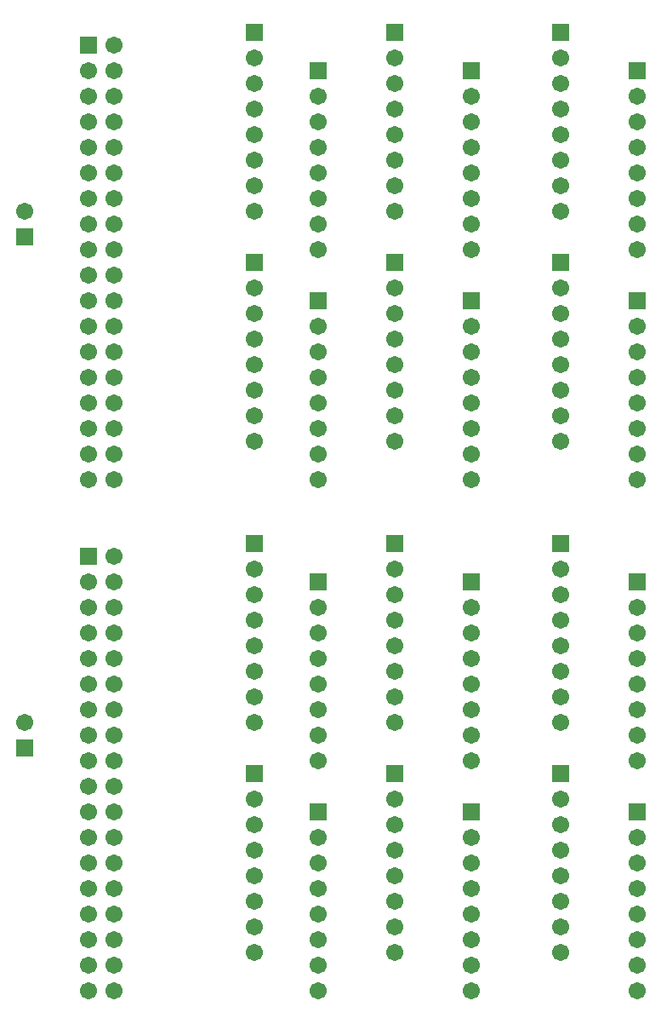
<source format=gbr>
G04 DipTrace 2.4.0.2*
%INTopMask.gbr*%
%MOIN*%
%ADD22C,0.0671*%
%ADD24R,0.0671X0.0671*%
%FSLAX44Y44*%
G04*
G70*
G90*
G75*
G01*
%LNTopMask*%
%LPD*%
D24*
X7440Y50440D3*
D22*
X8440D3*
X7440Y49440D3*
X8440D3*
X7440Y48440D3*
X8440D3*
X7440Y47440D3*
X8440D3*
X7440Y46440D3*
X8440D3*
X7440Y45440D3*
X8440D3*
X7440Y44440D3*
X8440D3*
X7440Y43440D3*
X8440D3*
X7440Y42440D3*
X8440D3*
X7440Y41440D3*
X8440D3*
X7440Y40440D3*
X8440D3*
X7440Y39440D3*
X8440D3*
X7440Y38440D3*
X8440D3*
X7440Y37440D3*
X8440D3*
X7440Y36440D3*
X8440D3*
X7440Y35440D3*
X8440D3*
X7440Y34440D3*
X8440D3*
X7440Y33440D3*
X8440D3*
D24*
X13940Y50940D3*
D22*
Y49940D3*
Y48940D3*
Y47940D3*
Y46940D3*
Y45940D3*
Y44940D3*
Y43940D3*
D24*
X19440Y50940D3*
D22*
Y49940D3*
Y48940D3*
Y47940D3*
Y46940D3*
Y45940D3*
Y44940D3*
Y43940D3*
D24*
X16440Y49440D3*
D22*
Y48440D3*
Y47440D3*
Y46440D3*
Y45440D3*
Y44440D3*
Y43440D3*
Y42440D3*
D24*
X22440Y49440D3*
D22*
Y48440D3*
Y47440D3*
Y46440D3*
Y45440D3*
Y44440D3*
Y43440D3*
Y42440D3*
D24*
X25940Y50940D3*
D22*
Y49940D3*
Y48940D3*
Y47940D3*
Y46940D3*
Y45940D3*
Y44940D3*
Y43940D3*
D24*
X28940Y49440D3*
D22*
Y48440D3*
Y47440D3*
Y46440D3*
Y45440D3*
Y44440D3*
Y43440D3*
Y42440D3*
D24*
X13940Y41940D3*
D22*
Y40940D3*
Y39940D3*
Y38940D3*
Y37940D3*
Y36940D3*
Y35940D3*
Y34940D3*
D24*
X19440Y41940D3*
D22*
Y40940D3*
Y39940D3*
Y38940D3*
Y37940D3*
Y36940D3*
Y35940D3*
Y34940D3*
D24*
X16440Y40440D3*
D22*
Y39440D3*
Y38440D3*
Y37440D3*
Y36440D3*
Y35440D3*
Y34440D3*
Y33440D3*
D24*
X22440Y40440D3*
D22*
Y39440D3*
Y38440D3*
Y37440D3*
Y36440D3*
Y35440D3*
Y34440D3*
Y33440D3*
D24*
X25940Y41940D3*
D22*
Y40940D3*
Y39940D3*
Y38940D3*
Y37940D3*
Y36940D3*
Y35940D3*
Y34940D3*
D24*
X28940Y40440D3*
D22*
Y39440D3*
Y38440D3*
Y37440D3*
Y36440D3*
Y35440D3*
Y34440D3*
Y33440D3*
D24*
X4940Y42940D3*
D22*
Y43940D3*
D24*
X7440Y30440D3*
D22*
X8440D3*
X7440Y29440D3*
X8440D3*
X7440Y28440D3*
X8440D3*
X7440Y27440D3*
X8440D3*
X7440Y26440D3*
X8440D3*
X7440Y25440D3*
X8440D3*
X7440Y24440D3*
X8440D3*
X7440Y23440D3*
X8440D3*
X7440Y22440D3*
X8440D3*
X7440Y21440D3*
X8440D3*
X7440Y20440D3*
X8440D3*
X7440Y19440D3*
X8440D3*
X7440Y18440D3*
X8440D3*
X7440Y17440D3*
X8440D3*
X7440Y16440D3*
X8440D3*
X7440Y15440D3*
X8440D3*
X7440Y14440D3*
X8440D3*
X7440Y13440D3*
X8440D3*
D24*
X13940Y30940D3*
D22*
Y29940D3*
Y28940D3*
Y27940D3*
Y26940D3*
Y25940D3*
Y24940D3*
Y23940D3*
D24*
X19440Y30940D3*
D22*
Y29940D3*
Y28940D3*
Y27940D3*
Y26940D3*
Y25940D3*
Y24940D3*
Y23940D3*
D24*
X16440Y29440D3*
D22*
Y28440D3*
Y27440D3*
Y26440D3*
Y25440D3*
Y24440D3*
Y23440D3*
Y22440D3*
D24*
X22440Y29440D3*
D22*
Y28440D3*
Y27440D3*
Y26440D3*
Y25440D3*
Y24440D3*
Y23440D3*
Y22440D3*
D24*
X25940Y30940D3*
D22*
Y29940D3*
Y28940D3*
Y27940D3*
Y26940D3*
Y25940D3*
Y24940D3*
Y23940D3*
D24*
X28940Y29440D3*
D22*
Y28440D3*
Y27440D3*
Y26440D3*
Y25440D3*
Y24440D3*
Y23440D3*
Y22440D3*
D24*
X13940Y21940D3*
D22*
Y20940D3*
Y19940D3*
Y18940D3*
Y17940D3*
Y16940D3*
Y15940D3*
Y14940D3*
D24*
X19440Y21940D3*
D22*
Y20940D3*
Y19940D3*
Y18940D3*
Y17940D3*
Y16940D3*
Y15940D3*
Y14940D3*
D24*
X16440Y20440D3*
D22*
Y19440D3*
Y18440D3*
Y17440D3*
Y16440D3*
Y15440D3*
Y14440D3*
Y13440D3*
D24*
X22440Y20440D3*
D22*
Y19440D3*
Y18440D3*
Y17440D3*
Y16440D3*
Y15440D3*
Y14440D3*
Y13440D3*
D24*
X25940Y21940D3*
D22*
Y20940D3*
Y19940D3*
Y18940D3*
Y17940D3*
Y16940D3*
Y15940D3*
Y14940D3*
D24*
X28940Y20440D3*
D22*
Y19440D3*
Y18440D3*
Y17440D3*
Y16440D3*
Y15440D3*
Y14440D3*
Y13440D3*
D24*
X4940Y22940D3*
D22*
Y23940D3*
M02*

</source>
